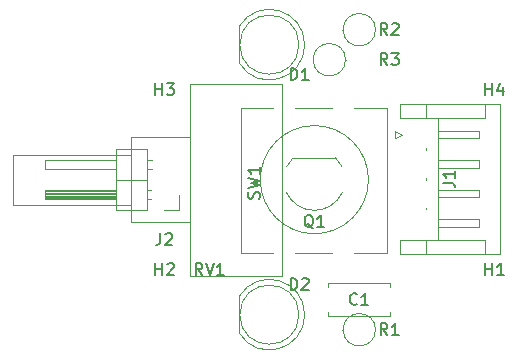
<source format=gbr>
G04 #@! TF.GenerationSoftware,KiCad,Pcbnew,(5.1.4)-1*
G04 #@! TF.CreationDate,2021-01-14T09:01:17+01:00*
G04 #@! TF.ProjectId,daughterBoard,64617567-6874-4657-9242-6f6172642e6b,rev?*
G04 #@! TF.SameCoordinates,Original*
G04 #@! TF.FileFunction,Legend,Top*
G04 #@! TF.FilePolarity,Positive*
%FSLAX46Y46*%
G04 Gerber Fmt 4.6, Leading zero omitted, Abs format (unit mm)*
G04 Created by KiCad (PCBNEW (5.1.4)-1) date 2021-01-14 09:01:17*
%MOMM*%
%LPD*%
G04 APERTURE LIST*
%ADD10C,0.120000*%
%ADD11C,0.150000*%
G04 APERTURE END LIST*
D10*
X152990000Y-98940000D02*
X150790000Y-98940000D01*
X150790000Y-98940000D02*
X150790000Y-97720000D01*
X150790000Y-97720000D02*
X159210000Y-97720000D01*
X159210000Y-97720000D02*
X159210000Y-110440000D01*
X159210000Y-110440000D02*
X150790000Y-110440000D01*
X150790000Y-110440000D02*
X150790000Y-109220000D01*
X150790000Y-109220000D02*
X152990000Y-109220000D01*
X157990000Y-97720000D02*
X157990000Y-98940000D01*
X157990000Y-98940000D02*
X152990000Y-98940000D01*
X152990000Y-98940000D02*
X152990000Y-97720000D01*
X157990000Y-110440000D02*
X157990000Y-109220000D01*
X157990000Y-109220000D02*
X152990000Y-109220000D01*
X152990000Y-109220000D02*
X152990000Y-110440000D01*
X153990000Y-98940000D02*
X153990000Y-109220000D01*
X153990000Y-100330000D02*
X153990000Y-100010000D01*
X153990000Y-100010000D02*
X157410000Y-100010000D01*
X157410000Y-100010000D02*
X157490000Y-100330000D01*
X157490000Y-100330000D02*
X157410000Y-100650000D01*
X157410000Y-100650000D02*
X153990000Y-100650000D01*
X153990000Y-100650000D02*
X153990000Y-100330000D01*
X152990000Y-101500000D02*
X152990000Y-101660000D01*
X153990000Y-102830000D02*
X153990000Y-102510000D01*
X153990000Y-102510000D02*
X157410000Y-102510000D01*
X157410000Y-102510000D02*
X157490000Y-102830000D01*
X157490000Y-102830000D02*
X157410000Y-103150000D01*
X157410000Y-103150000D02*
X153990000Y-103150000D01*
X153990000Y-103150000D02*
X153990000Y-102830000D01*
X152990000Y-104000000D02*
X152990000Y-104160000D01*
X153990000Y-105330000D02*
X153990000Y-105010000D01*
X153990000Y-105010000D02*
X157410000Y-105010000D01*
X157410000Y-105010000D02*
X157490000Y-105330000D01*
X157490000Y-105330000D02*
X157410000Y-105650000D01*
X157410000Y-105650000D02*
X153990000Y-105650000D01*
X153990000Y-105650000D02*
X153990000Y-105330000D01*
X152990000Y-106500000D02*
X152990000Y-106660000D01*
X153990000Y-107830000D02*
X153990000Y-107510000D01*
X153990000Y-107510000D02*
X157410000Y-107510000D01*
X157410000Y-107510000D02*
X157490000Y-107830000D01*
X157490000Y-107830000D02*
X157410000Y-108150000D01*
X157410000Y-108150000D02*
X153990000Y-108150000D01*
X153990000Y-108150000D02*
X153990000Y-107830000D01*
X150900000Y-100330000D02*
X150300000Y-100030000D01*
X150300000Y-100030000D02*
X150300000Y-100630000D01*
X150300000Y-100630000D02*
X150900000Y-100330000D01*
X140740000Y-112260000D02*
X133000000Y-112260000D01*
X140740000Y-96020000D02*
X133000000Y-96020000D01*
X140740000Y-112260000D02*
X140740000Y-96020000D01*
X133000000Y-112260000D02*
X133000000Y-96020000D01*
X133000000Y-107760000D02*
X128000000Y-107760000D01*
X133000000Y-100520000D02*
X128000000Y-100520000D01*
X133000000Y-107760000D02*
X133000000Y-100520000D01*
X128000000Y-107760000D02*
X128000000Y-100520000D01*
X128000000Y-106260000D02*
X118000000Y-106260000D01*
X128000000Y-102020000D02*
X118000000Y-102020000D01*
X128000000Y-106260000D02*
X128000000Y-102020000D01*
X118000000Y-106260000D02*
X118000000Y-102020000D01*
X137320000Y-110390000D02*
X137320000Y-98090000D01*
X141900000Y-98090000D02*
X145040000Y-98090000D01*
X149620000Y-98090000D02*
X149620000Y-110390000D01*
X140040000Y-110390000D02*
X137320000Y-110390000D01*
X148089050Y-104140000D02*
G75*
G03X148089050Y-104140000I-4579050J0D01*
G01*
X149620000Y-110390000D02*
X146900000Y-110390000D01*
X145040000Y-110390000D02*
X141900000Y-110390000D01*
X146900000Y-98090000D02*
X149620000Y-98090000D01*
X137320000Y-98090000D02*
X140040000Y-98090000D01*
X144660000Y-112930000D02*
X149900000Y-112930000D01*
X144660000Y-115670000D02*
X149900000Y-115670000D01*
X144660000Y-112930000D02*
X144660000Y-113245000D01*
X144660000Y-115355000D02*
X144660000Y-115670000D01*
X149900000Y-112930000D02*
X149900000Y-113245000D01*
X149900000Y-115355000D02*
X149900000Y-115670000D01*
X142690000Y-92710462D02*
G75*
G03X137140000Y-91165170I-2990000J462D01*
G01*
X142690000Y-92709538D02*
G75*
G02X137140000Y-94254830I-2990000J-462D01*
G01*
X142200000Y-92710000D02*
G75*
G03X142200000Y-92710000I-2500000J0D01*
G01*
X137140000Y-91165000D02*
X137140000Y-94255000D01*
X137140000Y-114025000D02*
X137140000Y-117115000D01*
X142200000Y-115570000D02*
G75*
G03X142200000Y-115570000I-2500000J0D01*
G01*
X142690000Y-115569538D02*
G75*
G02X137140000Y-117114830I-2990000J-462D01*
G01*
X142690000Y-115570462D02*
G75*
G03X137140000Y-114025170I-2990000J462D01*
G01*
X129370000Y-106740000D02*
X129370000Y-101540000D01*
X129370000Y-101540000D02*
X126710000Y-101540000D01*
X126710000Y-101540000D02*
X126710000Y-106740000D01*
X126710000Y-106740000D02*
X129370000Y-106740000D01*
X126710000Y-105790000D02*
X120710000Y-105790000D01*
X120710000Y-105790000D02*
X120710000Y-105030000D01*
X120710000Y-105030000D02*
X126710000Y-105030000D01*
X126710000Y-105730000D02*
X120710000Y-105730000D01*
X126710000Y-105610000D02*
X120710000Y-105610000D01*
X126710000Y-105490000D02*
X120710000Y-105490000D01*
X126710000Y-105370000D02*
X120710000Y-105370000D01*
X126710000Y-105250000D02*
X120710000Y-105250000D01*
X126710000Y-105130000D02*
X120710000Y-105130000D01*
X129700000Y-105790000D02*
X129370000Y-105790000D01*
X129700000Y-105030000D02*
X129370000Y-105030000D01*
X129370000Y-104140000D02*
X126710000Y-104140000D01*
X126710000Y-103250000D02*
X120710000Y-103250000D01*
X120710000Y-103250000D02*
X120710000Y-102490000D01*
X120710000Y-102490000D02*
X126710000Y-102490000D01*
X129767071Y-103250000D02*
X129370000Y-103250000D01*
X129767071Y-102490000D02*
X129370000Y-102490000D01*
X132080000Y-105410000D02*
X132080000Y-106680000D01*
X132080000Y-106680000D02*
X130810000Y-106680000D01*
X145310000Y-102290000D02*
X141710000Y-102290000D01*
X145834184Y-103017205D02*
G75*
G03X145310000Y-102290000I-2324184J-1122795D01*
G01*
X145866400Y-105238807D02*
G75*
G02X143510000Y-106740000I-2356400J1098807D01*
G01*
X141153600Y-105238807D02*
G75*
G03X143510000Y-106740000I2356400J1098807D01*
G01*
X141185816Y-103017205D02*
G75*
G02X141710000Y-102290000I2324184J-1122795D01*
G01*
X148690000Y-116840000D02*
G75*
G03X148690000Y-116840000I-1370000J0D01*
G01*
X145950000Y-116840000D02*
X145880000Y-116840000D01*
X145950000Y-91440000D02*
X145880000Y-91440000D01*
X148690000Y-91440000D02*
G75*
G03X148690000Y-91440000I-1370000J0D01*
G01*
X146150000Y-93980000D02*
G75*
G03X146150000Y-93980000I-1370000J0D01*
G01*
X146150000Y-93980000D02*
X146220000Y-93980000D01*
D11*
X154392380Y-104413333D02*
X155106666Y-104413333D01*
X155249523Y-104460952D01*
X155344761Y-104556190D01*
X155392380Y-104699047D01*
X155392380Y-104794285D01*
X155392380Y-103413333D02*
X155392380Y-103984761D01*
X155392380Y-103699047D02*
X154392380Y-103699047D01*
X154535238Y-103794285D01*
X154630476Y-103889523D01*
X154678095Y-103984761D01*
X157988095Y-112212380D02*
X157988095Y-111212380D01*
X157988095Y-111688571D02*
X158559523Y-111688571D01*
X158559523Y-112212380D02*
X158559523Y-111212380D01*
X159559523Y-112212380D02*
X158988095Y-112212380D01*
X159273809Y-112212380D02*
X159273809Y-111212380D01*
X159178571Y-111355238D01*
X159083333Y-111450476D01*
X158988095Y-111498095D01*
X130048095Y-112212380D02*
X130048095Y-111212380D01*
X130048095Y-111688571D02*
X130619523Y-111688571D01*
X130619523Y-112212380D02*
X130619523Y-111212380D01*
X131048095Y-111307619D02*
X131095714Y-111260000D01*
X131190952Y-111212380D01*
X131429047Y-111212380D01*
X131524285Y-111260000D01*
X131571904Y-111307619D01*
X131619523Y-111402857D01*
X131619523Y-111498095D01*
X131571904Y-111640952D01*
X131000476Y-112212380D01*
X131619523Y-112212380D01*
X130048095Y-96972380D02*
X130048095Y-95972380D01*
X130048095Y-96448571D02*
X130619523Y-96448571D01*
X130619523Y-96972380D02*
X130619523Y-95972380D01*
X131000476Y-95972380D02*
X131619523Y-95972380D01*
X131286190Y-96353333D01*
X131429047Y-96353333D01*
X131524285Y-96400952D01*
X131571904Y-96448571D01*
X131619523Y-96543809D01*
X131619523Y-96781904D01*
X131571904Y-96877142D01*
X131524285Y-96924761D01*
X131429047Y-96972380D01*
X131143333Y-96972380D01*
X131048095Y-96924761D01*
X131000476Y-96877142D01*
X157988095Y-96972380D02*
X157988095Y-95972380D01*
X157988095Y-96448571D02*
X158559523Y-96448571D01*
X158559523Y-96972380D02*
X158559523Y-95972380D01*
X159464285Y-96305714D02*
X159464285Y-96972380D01*
X159226190Y-95924761D02*
X158988095Y-96639047D01*
X159607142Y-96639047D01*
X134024761Y-112212380D02*
X133691428Y-111736190D01*
X133453333Y-112212380D02*
X133453333Y-111212380D01*
X133834285Y-111212380D01*
X133929523Y-111260000D01*
X133977142Y-111307619D01*
X134024761Y-111402857D01*
X134024761Y-111545714D01*
X133977142Y-111640952D01*
X133929523Y-111688571D01*
X133834285Y-111736190D01*
X133453333Y-111736190D01*
X134310476Y-111212380D02*
X134643809Y-112212380D01*
X134977142Y-111212380D01*
X135834285Y-112212380D02*
X135262857Y-112212380D01*
X135548571Y-112212380D02*
X135548571Y-111212380D01*
X135453333Y-111355238D01*
X135358095Y-111450476D01*
X135262857Y-111498095D01*
X138834761Y-105743333D02*
X138882380Y-105600476D01*
X138882380Y-105362380D01*
X138834761Y-105267142D01*
X138787142Y-105219523D01*
X138691904Y-105171904D01*
X138596666Y-105171904D01*
X138501428Y-105219523D01*
X138453809Y-105267142D01*
X138406190Y-105362380D01*
X138358571Y-105552857D01*
X138310952Y-105648095D01*
X138263333Y-105695714D01*
X138168095Y-105743333D01*
X138072857Y-105743333D01*
X137977619Y-105695714D01*
X137930000Y-105648095D01*
X137882380Y-105552857D01*
X137882380Y-105314761D01*
X137930000Y-105171904D01*
X137882380Y-104838571D02*
X138882380Y-104600476D01*
X138168095Y-104410000D01*
X138882380Y-104219523D01*
X137882380Y-103981428D01*
X138882380Y-103076666D02*
X138882380Y-103648095D01*
X138882380Y-103362380D02*
X137882380Y-103362380D01*
X138025238Y-103457619D01*
X138120476Y-103552857D01*
X138168095Y-103648095D01*
X147113333Y-114657142D02*
X147065714Y-114704761D01*
X146922857Y-114752380D01*
X146827619Y-114752380D01*
X146684761Y-114704761D01*
X146589523Y-114609523D01*
X146541904Y-114514285D01*
X146494285Y-114323809D01*
X146494285Y-114180952D01*
X146541904Y-113990476D01*
X146589523Y-113895238D01*
X146684761Y-113800000D01*
X146827619Y-113752380D01*
X146922857Y-113752380D01*
X147065714Y-113800000D01*
X147113333Y-113847619D01*
X148065714Y-114752380D02*
X147494285Y-114752380D01*
X147780000Y-114752380D02*
X147780000Y-113752380D01*
X147684761Y-113895238D01*
X147589523Y-113990476D01*
X147494285Y-114038095D01*
X141501904Y-95702380D02*
X141501904Y-94702380D01*
X141740000Y-94702380D01*
X141882857Y-94750000D01*
X141978095Y-94845238D01*
X142025714Y-94940476D01*
X142073333Y-95130952D01*
X142073333Y-95273809D01*
X142025714Y-95464285D01*
X141978095Y-95559523D01*
X141882857Y-95654761D01*
X141740000Y-95702380D01*
X141501904Y-95702380D01*
X143025714Y-95702380D02*
X142454285Y-95702380D01*
X142740000Y-95702380D02*
X142740000Y-94702380D01*
X142644761Y-94845238D01*
X142549523Y-94940476D01*
X142454285Y-94988095D01*
X141501904Y-113482380D02*
X141501904Y-112482380D01*
X141740000Y-112482380D01*
X141882857Y-112530000D01*
X141978095Y-112625238D01*
X142025714Y-112720476D01*
X142073333Y-112910952D01*
X142073333Y-113053809D01*
X142025714Y-113244285D01*
X141978095Y-113339523D01*
X141882857Y-113434761D01*
X141740000Y-113482380D01*
X141501904Y-113482380D01*
X142454285Y-112577619D02*
X142501904Y-112530000D01*
X142597142Y-112482380D01*
X142835238Y-112482380D01*
X142930476Y-112530000D01*
X142978095Y-112577619D01*
X143025714Y-112672857D01*
X143025714Y-112768095D01*
X142978095Y-112910952D01*
X142406666Y-113482380D01*
X143025714Y-113482380D01*
X130476666Y-108672380D02*
X130476666Y-109386666D01*
X130429047Y-109529523D01*
X130333809Y-109624761D01*
X130190952Y-109672380D01*
X130095714Y-109672380D01*
X130905238Y-108767619D02*
X130952857Y-108720000D01*
X131048095Y-108672380D01*
X131286190Y-108672380D01*
X131381428Y-108720000D01*
X131429047Y-108767619D01*
X131476666Y-108862857D01*
X131476666Y-108958095D01*
X131429047Y-109100952D01*
X130857619Y-109672380D01*
X131476666Y-109672380D01*
X143414761Y-108247619D02*
X143319523Y-108200000D01*
X143224285Y-108104761D01*
X143081428Y-107961904D01*
X142986190Y-107914285D01*
X142890952Y-107914285D01*
X142938571Y-108152380D02*
X142843333Y-108104761D01*
X142748095Y-108009523D01*
X142700476Y-107819047D01*
X142700476Y-107485714D01*
X142748095Y-107295238D01*
X142843333Y-107200000D01*
X142938571Y-107152380D01*
X143129047Y-107152380D01*
X143224285Y-107200000D01*
X143319523Y-107295238D01*
X143367142Y-107485714D01*
X143367142Y-107819047D01*
X143319523Y-108009523D01*
X143224285Y-108104761D01*
X143129047Y-108152380D01*
X142938571Y-108152380D01*
X144319523Y-108152380D02*
X143748095Y-108152380D01*
X144033809Y-108152380D02*
X144033809Y-107152380D01*
X143938571Y-107295238D01*
X143843333Y-107390476D01*
X143748095Y-107438095D01*
X149693333Y-117292380D02*
X149360000Y-116816190D01*
X149121904Y-117292380D02*
X149121904Y-116292380D01*
X149502857Y-116292380D01*
X149598095Y-116340000D01*
X149645714Y-116387619D01*
X149693333Y-116482857D01*
X149693333Y-116625714D01*
X149645714Y-116720952D01*
X149598095Y-116768571D01*
X149502857Y-116816190D01*
X149121904Y-116816190D01*
X150645714Y-117292380D02*
X150074285Y-117292380D01*
X150360000Y-117292380D02*
X150360000Y-116292380D01*
X150264761Y-116435238D01*
X150169523Y-116530476D01*
X150074285Y-116578095D01*
X149693333Y-91892380D02*
X149360000Y-91416190D01*
X149121904Y-91892380D02*
X149121904Y-90892380D01*
X149502857Y-90892380D01*
X149598095Y-90940000D01*
X149645714Y-90987619D01*
X149693333Y-91082857D01*
X149693333Y-91225714D01*
X149645714Y-91320952D01*
X149598095Y-91368571D01*
X149502857Y-91416190D01*
X149121904Y-91416190D01*
X150074285Y-90987619D02*
X150121904Y-90940000D01*
X150217142Y-90892380D01*
X150455238Y-90892380D01*
X150550476Y-90940000D01*
X150598095Y-90987619D01*
X150645714Y-91082857D01*
X150645714Y-91178095D01*
X150598095Y-91320952D01*
X150026666Y-91892380D01*
X150645714Y-91892380D01*
X149693333Y-94432380D02*
X149360000Y-93956190D01*
X149121904Y-94432380D02*
X149121904Y-93432380D01*
X149502857Y-93432380D01*
X149598095Y-93480000D01*
X149645714Y-93527619D01*
X149693333Y-93622857D01*
X149693333Y-93765714D01*
X149645714Y-93860952D01*
X149598095Y-93908571D01*
X149502857Y-93956190D01*
X149121904Y-93956190D01*
X150026666Y-93432380D02*
X150645714Y-93432380D01*
X150312380Y-93813333D01*
X150455238Y-93813333D01*
X150550476Y-93860952D01*
X150598095Y-93908571D01*
X150645714Y-94003809D01*
X150645714Y-94241904D01*
X150598095Y-94337142D01*
X150550476Y-94384761D01*
X150455238Y-94432380D01*
X150169523Y-94432380D01*
X150074285Y-94384761D01*
X150026666Y-94337142D01*
M02*

</source>
